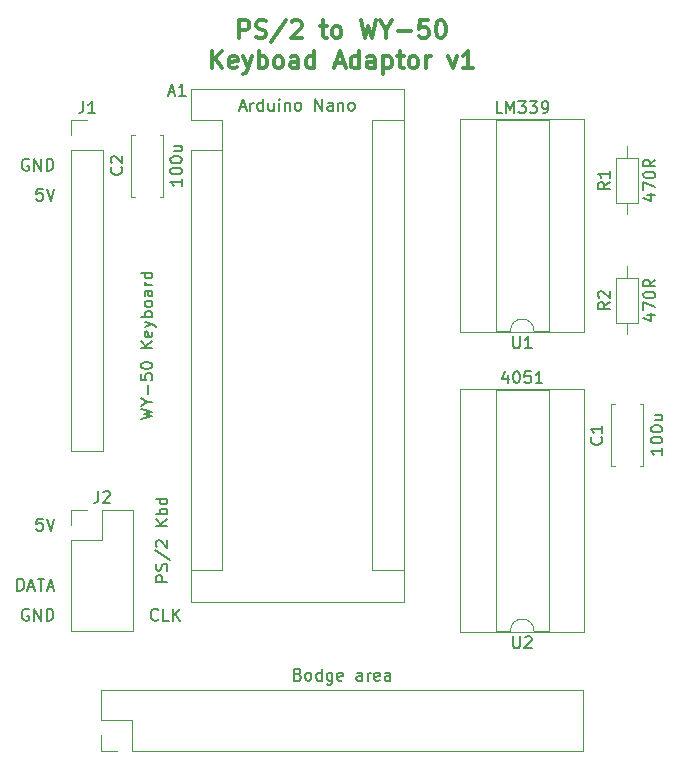
<source format=gbr>
G04 #@! TF.GenerationSoftware,KiCad,Pcbnew,5.0.2+dfsg1-1*
G04 #@! TF.CreationDate,2021-12-24T09:44:01+00:00*
G04 #@! TF.ProjectId,wy-50-keyboard-adaptor,77792d35-302d-46b6-9579-626f6172642d,rev?*
G04 #@! TF.SameCoordinates,Original*
G04 #@! TF.FileFunction,Legend,Top*
G04 #@! TF.FilePolarity,Positive*
%FSLAX46Y46*%
G04 Gerber Fmt 4.6, Leading zero omitted, Abs format (unit mm)*
G04 Created by KiCad (PCBNEW 5.0.2+dfsg1-1) date Fri 24 Dec 2021 09:44:01 AM GMT*
%MOMM*%
%LPD*%
G01*
G04 APERTURE LIST*
%ADD10C,0.300000*%
%ADD11C,0.200000*%
%ADD12C,0.120000*%
%ADD13C,0.150000*%
G04 APERTURE END LIST*
D10*
X103045714Y-79413571D02*
X103045714Y-77913571D01*
X103617142Y-77913571D01*
X103760000Y-77985000D01*
X103831428Y-78056428D01*
X103902857Y-78199285D01*
X103902857Y-78413571D01*
X103831428Y-78556428D01*
X103760000Y-78627857D01*
X103617142Y-78699285D01*
X103045714Y-78699285D01*
X104474285Y-79342142D02*
X104688571Y-79413571D01*
X105045714Y-79413571D01*
X105188571Y-79342142D01*
X105260000Y-79270714D01*
X105331428Y-79127857D01*
X105331428Y-78985000D01*
X105260000Y-78842142D01*
X105188571Y-78770714D01*
X105045714Y-78699285D01*
X104760000Y-78627857D01*
X104617142Y-78556428D01*
X104545714Y-78485000D01*
X104474285Y-78342142D01*
X104474285Y-78199285D01*
X104545714Y-78056428D01*
X104617142Y-77985000D01*
X104760000Y-77913571D01*
X105117142Y-77913571D01*
X105331428Y-77985000D01*
X107045714Y-77842142D02*
X105760000Y-79770714D01*
X107474285Y-78056428D02*
X107545714Y-77985000D01*
X107688571Y-77913571D01*
X108045714Y-77913571D01*
X108188571Y-77985000D01*
X108260000Y-78056428D01*
X108331428Y-78199285D01*
X108331428Y-78342142D01*
X108260000Y-78556428D01*
X107402857Y-79413571D01*
X108331428Y-79413571D01*
X109902857Y-78413571D02*
X110474285Y-78413571D01*
X110117142Y-77913571D02*
X110117142Y-79199285D01*
X110188571Y-79342142D01*
X110331428Y-79413571D01*
X110474285Y-79413571D01*
X111188571Y-79413571D02*
X111045714Y-79342142D01*
X110974285Y-79270714D01*
X110902857Y-79127857D01*
X110902857Y-78699285D01*
X110974285Y-78556428D01*
X111045714Y-78485000D01*
X111188571Y-78413571D01*
X111402857Y-78413571D01*
X111545714Y-78485000D01*
X111617142Y-78556428D01*
X111688571Y-78699285D01*
X111688571Y-79127857D01*
X111617142Y-79270714D01*
X111545714Y-79342142D01*
X111402857Y-79413571D01*
X111188571Y-79413571D01*
X113331428Y-77913571D02*
X113688571Y-79413571D01*
X113974285Y-78342142D01*
X114260000Y-79413571D01*
X114617142Y-77913571D01*
X115474285Y-78699285D02*
X115474285Y-79413571D01*
X114974285Y-77913571D02*
X115474285Y-78699285D01*
X115974285Y-77913571D01*
X116474285Y-78842142D02*
X117617142Y-78842142D01*
X119045714Y-77913571D02*
X118331428Y-77913571D01*
X118260000Y-78627857D01*
X118331428Y-78556428D01*
X118474285Y-78485000D01*
X118831428Y-78485000D01*
X118974285Y-78556428D01*
X119045714Y-78627857D01*
X119117142Y-78770714D01*
X119117142Y-79127857D01*
X119045714Y-79270714D01*
X118974285Y-79342142D01*
X118831428Y-79413571D01*
X118474285Y-79413571D01*
X118331428Y-79342142D01*
X118260000Y-79270714D01*
X120045714Y-77913571D02*
X120188571Y-77913571D01*
X120331428Y-77985000D01*
X120402857Y-78056428D01*
X120474285Y-78199285D01*
X120545714Y-78485000D01*
X120545714Y-78842142D01*
X120474285Y-79127857D01*
X120402857Y-79270714D01*
X120331428Y-79342142D01*
X120188571Y-79413571D01*
X120045714Y-79413571D01*
X119902857Y-79342142D01*
X119831428Y-79270714D01*
X119760000Y-79127857D01*
X119688571Y-78842142D01*
X119688571Y-78485000D01*
X119760000Y-78199285D01*
X119831428Y-78056428D01*
X119902857Y-77985000D01*
X120045714Y-77913571D01*
X100760000Y-81963571D02*
X100760000Y-80463571D01*
X101617142Y-81963571D02*
X100974285Y-81106428D01*
X101617142Y-80463571D02*
X100760000Y-81320714D01*
X102831428Y-81892142D02*
X102688571Y-81963571D01*
X102402857Y-81963571D01*
X102260000Y-81892142D01*
X102188571Y-81749285D01*
X102188571Y-81177857D01*
X102260000Y-81035000D01*
X102402857Y-80963571D01*
X102688571Y-80963571D01*
X102831428Y-81035000D01*
X102902857Y-81177857D01*
X102902857Y-81320714D01*
X102188571Y-81463571D01*
X103402857Y-80963571D02*
X103760000Y-81963571D01*
X104117142Y-80963571D02*
X103760000Y-81963571D01*
X103617142Y-82320714D01*
X103545714Y-82392142D01*
X103402857Y-82463571D01*
X104688571Y-81963571D02*
X104688571Y-80463571D01*
X104688571Y-81035000D02*
X104831428Y-80963571D01*
X105117142Y-80963571D01*
X105260000Y-81035000D01*
X105331428Y-81106428D01*
X105402857Y-81249285D01*
X105402857Y-81677857D01*
X105331428Y-81820714D01*
X105260000Y-81892142D01*
X105117142Y-81963571D01*
X104831428Y-81963571D01*
X104688571Y-81892142D01*
X106260000Y-81963571D02*
X106117142Y-81892142D01*
X106045714Y-81820714D01*
X105974285Y-81677857D01*
X105974285Y-81249285D01*
X106045714Y-81106428D01*
X106117142Y-81035000D01*
X106260000Y-80963571D01*
X106474285Y-80963571D01*
X106617142Y-81035000D01*
X106688571Y-81106428D01*
X106760000Y-81249285D01*
X106760000Y-81677857D01*
X106688571Y-81820714D01*
X106617142Y-81892142D01*
X106474285Y-81963571D01*
X106260000Y-81963571D01*
X108045714Y-81963571D02*
X108045714Y-81177857D01*
X107974285Y-81035000D01*
X107831428Y-80963571D01*
X107545714Y-80963571D01*
X107402857Y-81035000D01*
X108045714Y-81892142D02*
X107902857Y-81963571D01*
X107545714Y-81963571D01*
X107402857Y-81892142D01*
X107331428Y-81749285D01*
X107331428Y-81606428D01*
X107402857Y-81463571D01*
X107545714Y-81392142D01*
X107902857Y-81392142D01*
X108045714Y-81320714D01*
X109402857Y-81963571D02*
X109402857Y-80463571D01*
X109402857Y-81892142D02*
X109260000Y-81963571D01*
X108974285Y-81963571D01*
X108831428Y-81892142D01*
X108760000Y-81820714D01*
X108688571Y-81677857D01*
X108688571Y-81249285D01*
X108760000Y-81106428D01*
X108831428Y-81035000D01*
X108974285Y-80963571D01*
X109260000Y-80963571D01*
X109402857Y-81035000D01*
X111188571Y-81535000D02*
X111902857Y-81535000D01*
X111045714Y-81963571D02*
X111545714Y-80463571D01*
X112045714Y-81963571D01*
X113188571Y-81963571D02*
X113188571Y-80463571D01*
X113188571Y-81892142D02*
X113045714Y-81963571D01*
X112760000Y-81963571D01*
X112617142Y-81892142D01*
X112545714Y-81820714D01*
X112474285Y-81677857D01*
X112474285Y-81249285D01*
X112545714Y-81106428D01*
X112617142Y-81035000D01*
X112760000Y-80963571D01*
X113045714Y-80963571D01*
X113188571Y-81035000D01*
X114545714Y-81963571D02*
X114545714Y-81177857D01*
X114474285Y-81035000D01*
X114331428Y-80963571D01*
X114045714Y-80963571D01*
X113902857Y-81035000D01*
X114545714Y-81892142D02*
X114402857Y-81963571D01*
X114045714Y-81963571D01*
X113902857Y-81892142D01*
X113831428Y-81749285D01*
X113831428Y-81606428D01*
X113902857Y-81463571D01*
X114045714Y-81392142D01*
X114402857Y-81392142D01*
X114545714Y-81320714D01*
X115260000Y-80963571D02*
X115260000Y-82463571D01*
X115260000Y-81035000D02*
X115402857Y-80963571D01*
X115688571Y-80963571D01*
X115831428Y-81035000D01*
X115902857Y-81106428D01*
X115974285Y-81249285D01*
X115974285Y-81677857D01*
X115902857Y-81820714D01*
X115831428Y-81892142D01*
X115688571Y-81963571D01*
X115402857Y-81963571D01*
X115260000Y-81892142D01*
X116402857Y-80963571D02*
X116974285Y-80963571D01*
X116617142Y-80463571D02*
X116617142Y-81749285D01*
X116688571Y-81892142D01*
X116831428Y-81963571D01*
X116974285Y-81963571D01*
X117688571Y-81963571D02*
X117545714Y-81892142D01*
X117474285Y-81820714D01*
X117402857Y-81677857D01*
X117402857Y-81249285D01*
X117474285Y-81106428D01*
X117545714Y-81035000D01*
X117688571Y-80963571D01*
X117902857Y-80963571D01*
X118045714Y-81035000D01*
X118117142Y-81106428D01*
X118188571Y-81249285D01*
X118188571Y-81677857D01*
X118117142Y-81820714D01*
X118045714Y-81892142D01*
X117902857Y-81963571D01*
X117688571Y-81963571D01*
X118831428Y-81963571D02*
X118831428Y-80963571D01*
X118831428Y-81249285D02*
X118902857Y-81106428D01*
X118974285Y-81035000D01*
X119117142Y-80963571D01*
X119260000Y-80963571D01*
X120760000Y-80963571D02*
X121117142Y-81963571D01*
X121474285Y-80963571D01*
X122831428Y-81963571D02*
X121974285Y-81963571D01*
X122402857Y-81963571D02*
X122402857Y-80463571D01*
X122260000Y-80677857D01*
X122117142Y-80820714D01*
X121974285Y-80892142D01*
D11*
X86404761Y-92162380D02*
X85928571Y-92162380D01*
X85880952Y-92638571D01*
X85928571Y-92590952D01*
X86023809Y-92543333D01*
X86261904Y-92543333D01*
X86357142Y-92590952D01*
X86404761Y-92638571D01*
X86452380Y-92733809D01*
X86452380Y-92971904D01*
X86404761Y-93067142D01*
X86357142Y-93114761D01*
X86261904Y-93162380D01*
X86023809Y-93162380D01*
X85928571Y-93114761D01*
X85880952Y-93067142D01*
X86738095Y-92162380D02*
X87071428Y-93162380D01*
X87404761Y-92162380D01*
X85214285Y-89670000D02*
X85119047Y-89622380D01*
X84976190Y-89622380D01*
X84833333Y-89670000D01*
X84738095Y-89765238D01*
X84690476Y-89860476D01*
X84642857Y-90050952D01*
X84642857Y-90193809D01*
X84690476Y-90384285D01*
X84738095Y-90479523D01*
X84833333Y-90574761D01*
X84976190Y-90622380D01*
X85071428Y-90622380D01*
X85214285Y-90574761D01*
X85261904Y-90527142D01*
X85261904Y-90193809D01*
X85071428Y-90193809D01*
X85690476Y-90622380D02*
X85690476Y-89622380D01*
X86261904Y-90622380D01*
X86261904Y-89622380D01*
X86738095Y-90622380D02*
X86738095Y-89622380D01*
X86976190Y-89622380D01*
X87119047Y-89670000D01*
X87214285Y-89765238D01*
X87261904Y-89860476D01*
X87309523Y-90050952D01*
X87309523Y-90193809D01*
X87261904Y-90384285D01*
X87214285Y-90479523D01*
X87119047Y-90574761D01*
X86976190Y-90622380D01*
X86738095Y-90622380D01*
X84261904Y-126182380D02*
X84261904Y-125182380D01*
X84500000Y-125182380D01*
X84642857Y-125230000D01*
X84738095Y-125325238D01*
X84785714Y-125420476D01*
X84833333Y-125610952D01*
X84833333Y-125753809D01*
X84785714Y-125944285D01*
X84738095Y-126039523D01*
X84642857Y-126134761D01*
X84500000Y-126182380D01*
X84261904Y-126182380D01*
X85214285Y-125896666D02*
X85690476Y-125896666D01*
X85119047Y-126182380D02*
X85452380Y-125182380D01*
X85785714Y-126182380D01*
X85976190Y-125182380D02*
X86547619Y-125182380D01*
X86261904Y-126182380D02*
X86261904Y-125182380D01*
X86833333Y-125896666D02*
X87309523Y-125896666D01*
X86738095Y-126182380D02*
X87071428Y-125182380D01*
X87404761Y-126182380D01*
X86404761Y-120102380D02*
X85928571Y-120102380D01*
X85880952Y-120578571D01*
X85928571Y-120530952D01*
X86023809Y-120483333D01*
X86261904Y-120483333D01*
X86357142Y-120530952D01*
X86404761Y-120578571D01*
X86452380Y-120673809D01*
X86452380Y-120911904D01*
X86404761Y-121007142D01*
X86357142Y-121054761D01*
X86261904Y-121102380D01*
X86023809Y-121102380D01*
X85928571Y-121054761D01*
X85880952Y-121007142D01*
X86738095Y-120102380D02*
X87071428Y-121102380D01*
X87404761Y-120102380D01*
X85214285Y-127770000D02*
X85119047Y-127722380D01*
X84976190Y-127722380D01*
X84833333Y-127770000D01*
X84738095Y-127865238D01*
X84690476Y-127960476D01*
X84642857Y-128150952D01*
X84642857Y-128293809D01*
X84690476Y-128484285D01*
X84738095Y-128579523D01*
X84833333Y-128674761D01*
X84976190Y-128722380D01*
X85071428Y-128722380D01*
X85214285Y-128674761D01*
X85261904Y-128627142D01*
X85261904Y-128293809D01*
X85071428Y-128293809D01*
X85690476Y-128722380D02*
X85690476Y-127722380D01*
X86261904Y-128722380D01*
X86261904Y-127722380D01*
X86738095Y-128722380D02*
X86738095Y-127722380D01*
X86976190Y-127722380D01*
X87119047Y-127770000D01*
X87214285Y-127865238D01*
X87261904Y-127960476D01*
X87309523Y-128150952D01*
X87309523Y-128293809D01*
X87261904Y-128484285D01*
X87214285Y-128579523D01*
X87119047Y-128674761D01*
X86976190Y-128722380D01*
X86738095Y-128722380D01*
X96189523Y-128627142D02*
X96141904Y-128674761D01*
X95999047Y-128722380D01*
X95903809Y-128722380D01*
X95760952Y-128674761D01*
X95665714Y-128579523D01*
X95618095Y-128484285D01*
X95570476Y-128293809D01*
X95570476Y-128150952D01*
X95618095Y-127960476D01*
X95665714Y-127865238D01*
X95760952Y-127770000D01*
X95903809Y-127722380D01*
X95999047Y-127722380D01*
X96141904Y-127770000D01*
X96189523Y-127817619D01*
X97094285Y-128722380D02*
X96618095Y-128722380D01*
X96618095Y-127722380D01*
X97427619Y-128722380D02*
X97427619Y-127722380D01*
X97999047Y-128722380D02*
X97570476Y-128150952D01*
X97999047Y-127722380D02*
X97427619Y-128293809D01*
D12*
G04 #@! TO.C,A1*
X101600000Y-88900000D02*
X101600000Y-86360000D01*
X101600000Y-86360000D02*
X98930000Y-86360000D01*
X98930000Y-88900000D02*
X98930000Y-127130000D01*
X98930000Y-83690000D02*
X98930000Y-86360000D01*
X114300000Y-86360000D02*
X116970000Y-86360000D01*
X114300000Y-86360000D02*
X114300000Y-124460000D01*
X114300000Y-124460000D02*
X116970000Y-124460000D01*
X101600000Y-88900000D02*
X98930000Y-88900000D01*
X101600000Y-88900000D02*
X101600000Y-124460000D01*
X101600000Y-124460000D02*
X98930000Y-124460000D01*
X98930000Y-127130000D02*
X116970000Y-127130000D01*
X116970000Y-127130000D02*
X116970000Y-83690000D01*
X116970000Y-83690000D02*
X98930000Y-83690000D01*
G04 #@! TO.C,C1*
X134835000Y-115610000D02*
X134520000Y-115610000D01*
X137260000Y-115610000D02*
X136945000Y-115610000D01*
X134835000Y-110370000D02*
X134520000Y-110370000D01*
X137260000Y-110370000D02*
X136945000Y-110370000D01*
X134520000Y-110370000D02*
X134520000Y-115610000D01*
X137260000Y-110370000D02*
X137260000Y-115610000D01*
G04 #@! TO.C,C2*
X93880000Y-92830000D02*
X93880000Y-87590000D01*
X96620000Y-92830000D02*
X96620000Y-87590000D01*
X93880000Y-92830000D02*
X94195000Y-92830000D01*
X96305000Y-92830000D02*
X96620000Y-92830000D01*
X93880000Y-87590000D02*
X94195000Y-87590000D01*
X96305000Y-87590000D02*
X96620000Y-87590000D01*
G04 #@! TO.C,J1*
X88840000Y-114360000D02*
X91500000Y-114360000D01*
X88840000Y-88900000D02*
X88840000Y-114360000D01*
X91500000Y-88900000D02*
X91500000Y-114360000D01*
X88840000Y-88900000D02*
X91500000Y-88900000D01*
X88840000Y-87630000D02*
X88840000Y-86300000D01*
X88840000Y-86300000D02*
X90170000Y-86300000D01*
G04 #@! TO.C,J2*
X88840000Y-129600000D02*
X94040000Y-129600000D01*
X88840000Y-121920000D02*
X88840000Y-129600000D01*
X94040000Y-119320000D02*
X94040000Y-129600000D01*
X88840000Y-121920000D02*
X91440000Y-121920000D01*
X91440000Y-121920000D02*
X91440000Y-119320000D01*
X91440000Y-119320000D02*
X94040000Y-119320000D01*
X88840000Y-120650000D02*
X88840000Y-119320000D01*
X88840000Y-119320000D02*
X90170000Y-119320000D01*
G04 #@! TO.C,R1*
X134970000Y-93360000D02*
X136810000Y-93360000D01*
X136810000Y-93360000D02*
X136810000Y-89520000D01*
X136810000Y-89520000D02*
X134970000Y-89520000D01*
X134970000Y-89520000D02*
X134970000Y-93360000D01*
X135890000Y-94310000D02*
X135890000Y-93360000D01*
X135890000Y-88570000D02*
X135890000Y-89520000D01*
G04 #@! TO.C,R2*
X135890000Y-98730000D02*
X135890000Y-99680000D01*
X135890000Y-104470000D02*
X135890000Y-103520000D01*
X134970000Y-99680000D02*
X134970000Y-103520000D01*
X136810000Y-99680000D02*
X134970000Y-99680000D01*
X136810000Y-103520000D02*
X136810000Y-99680000D01*
X134970000Y-103520000D02*
X136810000Y-103520000D01*
G04 #@! TO.C,U1*
X126000000Y-104200000D02*
G75*
G02X128000000Y-104200000I1000000J0D01*
G01*
X128000000Y-104200000D02*
X129250000Y-104200000D01*
X129250000Y-104200000D02*
X129250000Y-86300000D01*
X129250000Y-86300000D02*
X124750000Y-86300000D01*
X124750000Y-86300000D02*
X124750000Y-104200000D01*
X124750000Y-104200000D02*
X126000000Y-104200000D01*
X132250000Y-104260000D02*
X132250000Y-86240000D01*
X132250000Y-86240000D02*
X121750000Y-86240000D01*
X121750000Y-86240000D02*
X121750000Y-104260000D01*
X121750000Y-104260000D02*
X132250000Y-104260000D01*
G04 #@! TO.C,U2*
X126000000Y-129600000D02*
G75*
G02X128000000Y-129600000I1000000J0D01*
G01*
X128000000Y-129600000D02*
X129250000Y-129600000D01*
X129250000Y-129600000D02*
X129250000Y-109160000D01*
X129250000Y-109160000D02*
X124750000Y-109160000D01*
X124750000Y-109160000D02*
X124750000Y-129600000D01*
X124750000Y-129600000D02*
X126000000Y-129600000D01*
X132250000Y-129660000D02*
X132250000Y-109100000D01*
X132250000Y-109100000D02*
X121750000Y-109100000D01*
X121750000Y-109100000D02*
X121750000Y-129660000D01*
X121750000Y-129660000D02*
X132250000Y-129660000D01*
G04 #@! TO.C,REF\002A\002A*
X91380000Y-139760000D02*
X91380000Y-138430000D01*
X92710000Y-139760000D02*
X91380000Y-139760000D01*
X91380000Y-137160000D02*
X91380000Y-134560000D01*
X93980000Y-137160000D02*
X91380000Y-137160000D01*
X93980000Y-139760000D02*
X93980000Y-137160000D01*
X91380000Y-134560000D02*
X132140000Y-134560000D01*
X93980000Y-139760000D02*
X132140000Y-139760000D01*
X132140000Y-139760000D02*
X132140000Y-134560000D01*
G04 #@! TO.C,A1*
D13*
X97075714Y-83986666D02*
X97551904Y-83986666D01*
X96980476Y-84272380D02*
X97313809Y-83272380D01*
X97647142Y-84272380D01*
X98504285Y-84272380D02*
X97932857Y-84272380D01*
X98218571Y-84272380D02*
X98218571Y-83272380D01*
X98123333Y-83415238D01*
X98028095Y-83510476D01*
X97932857Y-83558095D01*
X103092857Y-85256666D02*
X103569047Y-85256666D01*
X102997619Y-85542380D02*
X103330952Y-84542380D01*
X103664285Y-85542380D01*
X103997619Y-85542380D02*
X103997619Y-84875714D01*
X103997619Y-85066190D02*
X104045238Y-84970952D01*
X104092857Y-84923333D01*
X104188095Y-84875714D01*
X104283333Y-84875714D01*
X105045238Y-85542380D02*
X105045238Y-84542380D01*
X105045238Y-85494761D02*
X104950000Y-85542380D01*
X104759523Y-85542380D01*
X104664285Y-85494761D01*
X104616666Y-85447142D01*
X104569047Y-85351904D01*
X104569047Y-85066190D01*
X104616666Y-84970952D01*
X104664285Y-84923333D01*
X104759523Y-84875714D01*
X104950000Y-84875714D01*
X105045238Y-84923333D01*
X105950000Y-84875714D02*
X105950000Y-85542380D01*
X105521428Y-84875714D02*
X105521428Y-85399523D01*
X105569047Y-85494761D01*
X105664285Y-85542380D01*
X105807142Y-85542380D01*
X105902380Y-85494761D01*
X105950000Y-85447142D01*
X106426190Y-85542380D02*
X106426190Y-84875714D01*
X106426190Y-84542380D02*
X106378571Y-84590000D01*
X106426190Y-84637619D01*
X106473809Y-84590000D01*
X106426190Y-84542380D01*
X106426190Y-84637619D01*
X106902380Y-84875714D02*
X106902380Y-85542380D01*
X106902380Y-84970952D02*
X106950000Y-84923333D01*
X107045238Y-84875714D01*
X107188095Y-84875714D01*
X107283333Y-84923333D01*
X107330952Y-85018571D01*
X107330952Y-85542380D01*
X107950000Y-85542380D02*
X107854761Y-85494761D01*
X107807142Y-85447142D01*
X107759523Y-85351904D01*
X107759523Y-85066190D01*
X107807142Y-84970952D01*
X107854761Y-84923333D01*
X107950000Y-84875714D01*
X108092857Y-84875714D01*
X108188095Y-84923333D01*
X108235714Y-84970952D01*
X108283333Y-85066190D01*
X108283333Y-85351904D01*
X108235714Y-85447142D01*
X108188095Y-85494761D01*
X108092857Y-85542380D01*
X107950000Y-85542380D01*
X109473809Y-85542380D02*
X109473809Y-84542380D01*
X110045238Y-85542380D01*
X110045238Y-84542380D01*
X110950000Y-85542380D02*
X110950000Y-85018571D01*
X110902380Y-84923333D01*
X110807142Y-84875714D01*
X110616666Y-84875714D01*
X110521428Y-84923333D01*
X110950000Y-85494761D02*
X110854761Y-85542380D01*
X110616666Y-85542380D01*
X110521428Y-85494761D01*
X110473809Y-85399523D01*
X110473809Y-85304285D01*
X110521428Y-85209047D01*
X110616666Y-85161428D01*
X110854761Y-85161428D01*
X110950000Y-85113809D01*
X111426190Y-84875714D02*
X111426190Y-85542380D01*
X111426190Y-84970952D02*
X111473809Y-84923333D01*
X111569047Y-84875714D01*
X111711904Y-84875714D01*
X111807142Y-84923333D01*
X111854761Y-85018571D01*
X111854761Y-85542380D01*
X112473809Y-85542380D02*
X112378571Y-85494761D01*
X112330952Y-85447142D01*
X112283333Y-85351904D01*
X112283333Y-85066190D01*
X112330952Y-84970952D01*
X112378571Y-84923333D01*
X112473809Y-84875714D01*
X112616666Y-84875714D01*
X112711904Y-84923333D01*
X112759523Y-84970952D01*
X112807142Y-85066190D01*
X112807142Y-85351904D01*
X112759523Y-85447142D01*
X112711904Y-85494761D01*
X112616666Y-85542380D01*
X112473809Y-85542380D01*
G04 #@! TO.C,C1*
X133707142Y-113196666D02*
X133754761Y-113244285D01*
X133802380Y-113387142D01*
X133802380Y-113482380D01*
X133754761Y-113625238D01*
X133659523Y-113720476D01*
X133564285Y-113768095D01*
X133373809Y-113815714D01*
X133230952Y-113815714D01*
X133040476Y-113768095D01*
X132945238Y-113720476D01*
X132850000Y-113625238D01*
X132802380Y-113482380D01*
X132802380Y-113387142D01*
X132850000Y-113244285D01*
X132897619Y-113196666D01*
X133802380Y-112244285D02*
X133802380Y-112815714D01*
X133802380Y-112530000D02*
X132802380Y-112530000D01*
X132945238Y-112625238D01*
X133040476Y-112720476D01*
X133088095Y-112815714D01*
X138882380Y-114109047D02*
X138882380Y-114680476D01*
X138882380Y-114394761D02*
X137882380Y-114394761D01*
X138025238Y-114490000D01*
X138120476Y-114585238D01*
X138168095Y-114680476D01*
X137882380Y-113490000D02*
X137882380Y-113394761D01*
X137930000Y-113299523D01*
X137977619Y-113251904D01*
X138072857Y-113204285D01*
X138263333Y-113156666D01*
X138501428Y-113156666D01*
X138691904Y-113204285D01*
X138787142Y-113251904D01*
X138834761Y-113299523D01*
X138882380Y-113394761D01*
X138882380Y-113490000D01*
X138834761Y-113585238D01*
X138787142Y-113632857D01*
X138691904Y-113680476D01*
X138501428Y-113728095D01*
X138263333Y-113728095D01*
X138072857Y-113680476D01*
X137977619Y-113632857D01*
X137930000Y-113585238D01*
X137882380Y-113490000D01*
X137882380Y-112537619D02*
X137882380Y-112442380D01*
X137930000Y-112347142D01*
X137977619Y-112299523D01*
X138072857Y-112251904D01*
X138263333Y-112204285D01*
X138501428Y-112204285D01*
X138691904Y-112251904D01*
X138787142Y-112299523D01*
X138834761Y-112347142D01*
X138882380Y-112442380D01*
X138882380Y-112537619D01*
X138834761Y-112632857D01*
X138787142Y-112680476D01*
X138691904Y-112728095D01*
X138501428Y-112775714D01*
X138263333Y-112775714D01*
X138072857Y-112728095D01*
X137977619Y-112680476D01*
X137930000Y-112632857D01*
X137882380Y-112537619D01*
X138215714Y-111347142D02*
X138882380Y-111347142D01*
X138215714Y-111775714D02*
X138739523Y-111775714D01*
X138834761Y-111728095D01*
X138882380Y-111632857D01*
X138882380Y-111490000D01*
X138834761Y-111394761D01*
X138787142Y-111347142D01*
G04 #@! TO.C,C2*
X93067142Y-90336666D02*
X93114761Y-90384285D01*
X93162380Y-90527142D01*
X93162380Y-90622380D01*
X93114761Y-90765238D01*
X93019523Y-90860476D01*
X92924285Y-90908095D01*
X92733809Y-90955714D01*
X92590952Y-90955714D01*
X92400476Y-90908095D01*
X92305238Y-90860476D01*
X92210000Y-90765238D01*
X92162380Y-90622380D01*
X92162380Y-90527142D01*
X92210000Y-90384285D01*
X92257619Y-90336666D01*
X92257619Y-89955714D02*
X92210000Y-89908095D01*
X92162380Y-89812857D01*
X92162380Y-89574761D01*
X92210000Y-89479523D01*
X92257619Y-89431904D01*
X92352857Y-89384285D01*
X92448095Y-89384285D01*
X92590952Y-89431904D01*
X93162380Y-90003333D01*
X93162380Y-89384285D01*
X98202380Y-91329047D02*
X98202380Y-91900476D01*
X98202380Y-91614761D02*
X97202380Y-91614761D01*
X97345238Y-91710000D01*
X97440476Y-91805238D01*
X97488095Y-91900476D01*
X97202380Y-90710000D02*
X97202380Y-90614761D01*
X97250000Y-90519523D01*
X97297619Y-90471904D01*
X97392857Y-90424285D01*
X97583333Y-90376666D01*
X97821428Y-90376666D01*
X98011904Y-90424285D01*
X98107142Y-90471904D01*
X98154761Y-90519523D01*
X98202380Y-90614761D01*
X98202380Y-90710000D01*
X98154761Y-90805238D01*
X98107142Y-90852857D01*
X98011904Y-90900476D01*
X97821428Y-90948095D01*
X97583333Y-90948095D01*
X97392857Y-90900476D01*
X97297619Y-90852857D01*
X97250000Y-90805238D01*
X97202380Y-90710000D01*
X97202380Y-89757619D02*
X97202380Y-89662380D01*
X97250000Y-89567142D01*
X97297619Y-89519523D01*
X97392857Y-89471904D01*
X97583333Y-89424285D01*
X97821428Y-89424285D01*
X98011904Y-89471904D01*
X98107142Y-89519523D01*
X98154761Y-89567142D01*
X98202380Y-89662380D01*
X98202380Y-89757619D01*
X98154761Y-89852857D01*
X98107142Y-89900476D01*
X98011904Y-89948095D01*
X97821428Y-89995714D01*
X97583333Y-89995714D01*
X97392857Y-89948095D01*
X97297619Y-89900476D01*
X97250000Y-89852857D01*
X97202380Y-89757619D01*
X97535714Y-88567142D02*
X98202380Y-88567142D01*
X97535714Y-88995714D02*
X98059523Y-88995714D01*
X98154761Y-88948095D01*
X98202380Y-88852857D01*
X98202380Y-88710000D01*
X98154761Y-88614761D01*
X98107142Y-88567142D01*
G04 #@! TO.C,J1*
X89836666Y-84752380D02*
X89836666Y-85466666D01*
X89789047Y-85609523D01*
X89693809Y-85704761D01*
X89550952Y-85752380D01*
X89455714Y-85752380D01*
X90836666Y-85752380D02*
X90265238Y-85752380D01*
X90550952Y-85752380D02*
X90550952Y-84752380D01*
X90455714Y-84895238D01*
X90360476Y-84990476D01*
X90265238Y-85038095D01*
X94702380Y-111648095D02*
X95702380Y-111410000D01*
X94988095Y-111219523D01*
X95702380Y-111029047D01*
X94702380Y-110790952D01*
X95226190Y-110219523D02*
X95702380Y-110219523D01*
X94702380Y-110552857D02*
X95226190Y-110219523D01*
X94702380Y-109886190D01*
X95321428Y-109552857D02*
X95321428Y-108790952D01*
X94702380Y-107838571D02*
X94702380Y-108314761D01*
X95178571Y-108362380D01*
X95130952Y-108314761D01*
X95083333Y-108219523D01*
X95083333Y-107981428D01*
X95130952Y-107886190D01*
X95178571Y-107838571D01*
X95273809Y-107790952D01*
X95511904Y-107790952D01*
X95607142Y-107838571D01*
X95654761Y-107886190D01*
X95702380Y-107981428D01*
X95702380Y-108219523D01*
X95654761Y-108314761D01*
X95607142Y-108362380D01*
X94702380Y-107171904D02*
X94702380Y-107076666D01*
X94750000Y-106981428D01*
X94797619Y-106933809D01*
X94892857Y-106886190D01*
X95083333Y-106838571D01*
X95321428Y-106838571D01*
X95511904Y-106886190D01*
X95607142Y-106933809D01*
X95654761Y-106981428D01*
X95702380Y-107076666D01*
X95702380Y-107171904D01*
X95654761Y-107267142D01*
X95607142Y-107314761D01*
X95511904Y-107362380D01*
X95321428Y-107410000D01*
X95083333Y-107410000D01*
X94892857Y-107362380D01*
X94797619Y-107314761D01*
X94750000Y-107267142D01*
X94702380Y-107171904D01*
X95702380Y-105648095D02*
X94702380Y-105648095D01*
X95702380Y-105076666D02*
X95130952Y-105505238D01*
X94702380Y-105076666D02*
X95273809Y-105648095D01*
X95654761Y-104267142D02*
X95702380Y-104362380D01*
X95702380Y-104552857D01*
X95654761Y-104648095D01*
X95559523Y-104695714D01*
X95178571Y-104695714D01*
X95083333Y-104648095D01*
X95035714Y-104552857D01*
X95035714Y-104362380D01*
X95083333Y-104267142D01*
X95178571Y-104219523D01*
X95273809Y-104219523D01*
X95369047Y-104695714D01*
X95035714Y-103886190D02*
X95702380Y-103648095D01*
X95035714Y-103410000D02*
X95702380Y-103648095D01*
X95940476Y-103743333D01*
X95988095Y-103790952D01*
X96035714Y-103886190D01*
X95702380Y-103029047D02*
X94702380Y-103029047D01*
X95083333Y-103029047D02*
X95035714Y-102933809D01*
X95035714Y-102743333D01*
X95083333Y-102648095D01*
X95130952Y-102600476D01*
X95226190Y-102552857D01*
X95511904Y-102552857D01*
X95607142Y-102600476D01*
X95654761Y-102648095D01*
X95702380Y-102743333D01*
X95702380Y-102933809D01*
X95654761Y-103029047D01*
X95702380Y-101981428D02*
X95654761Y-102076666D01*
X95607142Y-102124285D01*
X95511904Y-102171904D01*
X95226190Y-102171904D01*
X95130952Y-102124285D01*
X95083333Y-102076666D01*
X95035714Y-101981428D01*
X95035714Y-101838571D01*
X95083333Y-101743333D01*
X95130952Y-101695714D01*
X95226190Y-101648095D01*
X95511904Y-101648095D01*
X95607142Y-101695714D01*
X95654761Y-101743333D01*
X95702380Y-101838571D01*
X95702380Y-101981428D01*
X95702380Y-100790952D02*
X95178571Y-100790952D01*
X95083333Y-100838571D01*
X95035714Y-100933809D01*
X95035714Y-101124285D01*
X95083333Y-101219523D01*
X95654761Y-100790952D02*
X95702380Y-100886190D01*
X95702380Y-101124285D01*
X95654761Y-101219523D01*
X95559523Y-101267142D01*
X95464285Y-101267142D01*
X95369047Y-101219523D01*
X95321428Y-101124285D01*
X95321428Y-100886190D01*
X95273809Y-100790952D01*
X95702380Y-100314761D02*
X95035714Y-100314761D01*
X95226190Y-100314761D02*
X95130952Y-100267142D01*
X95083333Y-100219523D01*
X95035714Y-100124285D01*
X95035714Y-100029047D01*
X95702380Y-99267142D02*
X94702380Y-99267142D01*
X95654761Y-99267142D02*
X95702380Y-99362380D01*
X95702380Y-99552857D01*
X95654761Y-99648095D01*
X95607142Y-99695714D01*
X95511904Y-99743333D01*
X95226190Y-99743333D01*
X95130952Y-99695714D01*
X95083333Y-99648095D01*
X95035714Y-99552857D01*
X95035714Y-99362380D01*
X95083333Y-99267142D01*
G04 #@! TO.C,J2*
X91106666Y-117772380D02*
X91106666Y-118486666D01*
X91059047Y-118629523D01*
X90963809Y-118724761D01*
X90820952Y-118772380D01*
X90725714Y-118772380D01*
X91535238Y-117867619D02*
X91582857Y-117820000D01*
X91678095Y-117772380D01*
X91916190Y-117772380D01*
X92011428Y-117820000D01*
X92059047Y-117867619D01*
X92106666Y-117962857D01*
X92106666Y-118058095D01*
X92059047Y-118200952D01*
X91487619Y-118772380D01*
X92106666Y-118772380D01*
X96972380Y-125443809D02*
X95972380Y-125443809D01*
X95972380Y-125062857D01*
X96020000Y-124967619D01*
X96067619Y-124920000D01*
X96162857Y-124872380D01*
X96305714Y-124872380D01*
X96400952Y-124920000D01*
X96448571Y-124967619D01*
X96496190Y-125062857D01*
X96496190Y-125443809D01*
X96924761Y-124491428D02*
X96972380Y-124348571D01*
X96972380Y-124110476D01*
X96924761Y-124015238D01*
X96877142Y-123967619D01*
X96781904Y-123920000D01*
X96686666Y-123920000D01*
X96591428Y-123967619D01*
X96543809Y-124015238D01*
X96496190Y-124110476D01*
X96448571Y-124300952D01*
X96400952Y-124396190D01*
X96353333Y-124443809D01*
X96258095Y-124491428D01*
X96162857Y-124491428D01*
X96067619Y-124443809D01*
X96020000Y-124396190D01*
X95972380Y-124300952D01*
X95972380Y-124062857D01*
X96020000Y-123920000D01*
X95924761Y-122777142D02*
X97210476Y-123634285D01*
X96067619Y-122491428D02*
X96020000Y-122443809D01*
X95972380Y-122348571D01*
X95972380Y-122110476D01*
X96020000Y-122015238D01*
X96067619Y-121967619D01*
X96162857Y-121920000D01*
X96258095Y-121920000D01*
X96400952Y-121967619D01*
X96972380Y-122539047D01*
X96972380Y-121920000D01*
X96972380Y-120729523D02*
X95972380Y-120729523D01*
X96972380Y-120158095D02*
X96400952Y-120586666D01*
X95972380Y-120158095D02*
X96543809Y-120729523D01*
X96972380Y-119729523D02*
X95972380Y-119729523D01*
X96353333Y-119729523D02*
X96305714Y-119634285D01*
X96305714Y-119443809D01*
X96353333Y-119348571D01*
X96400952Y-119300952D01*
X96496190Y-119253333D01*
X96781904Y-119253333D01*
X96877142Y-119300952D01*
X96924761Y-119348571D01*
X96972380Y-119443809D01*
X96972380Y-119634285D01*
X96924761Y-119729523D01*
X96972380Y-118396190D02*
X95972380Y-118396190D01*
X96924761Y-118396190D02*
X96972380Y-118491428D01*
X96972380Y-118681904D01*
X96924761Y-118777142D01*
X96877142Y-118824761D01*
X96781904Y-118872380D01*
X96496190Y-118872380D01*
X96400952Y-118824761D01*
X96353333Y-118777142D01*
X96305714Y-118681904D01*
X96305714Y-118491428D01*
X96353333Y-118396190D01*
G04 #@! TO.C,R1*
X134422380Y-91606666D02*
X133946190Y-91940000D01*
X134422380Y-92178095D02*
X133422380Y-92178095D01*
X133422380Y-91797142D01*
X133470000Y-91701904D01*
X133517619Y-91654285D01*
X133612857Y-91606666D01*
X133755714Y-91606666D01*
X133850952Y-91654285D01*
X133898571Y-91701904D01*
X133946190Y-91797142D01*
X133946190Y-92178095D01*
X134422380Y-90654285D02*
X134422380Y-91225714D01*
X134422380Y-90940000D02*
X133422380Y-90940000D01*
X133565238Y-91035238D01*
X133660476Y-91130476D01*
X133708095Y-91225714D01*
X137595714Y-92701904D02*
X138262380Y-92701904D01*
X137214761Y-92940000D02*
X137929047Y-93178095D01*
X137929047Y-92559047D01*
X137262380Y-92273333D02*
X137262380Y-91606666D01*
X138262380Y-92035238D01*
X137262380Y-91035238D02*
X137262380Y-90940000D01*
X137310000Y-90844761D01*
X137357619Y-90797142D01*
X137452857Y-90749523D01*
X137643333Y-90701904D01*
X137881428Y-90701904D01*
X138071904Y-90749523D01*
X138167142Y-90797142D01*
X138214761Y-90844761D01*
X138262380Y-90940000D01*
X138262380Y-91035238D01*
X138214761Y-91130476D01*
X138167142Y-91178095D01*
X138071904Y-91225714D01*
X137881428Y-91273333D01*
X137643333Y-91273333D01*
X137452857Y-91225714D01*
X137357619Y-91178095D01*
X137310000Y-91130476D01*
X137262380Y-91035238D01*
X138262380Y-89701904D02*
X137786190Y-90035238D01*
X138262380Y-90273333D02*
X137262380Y-90273333D01*
X137262380Y-89892380D01*
X137310000Y-89797142D01*
X137357619Y-89749523D01*
X137452857Y-89701904D01*
X137595714Y-89701904D01*
X137690952Y-89749523D01*
X137738571Y-89797142D01*
X137786190Y-89892380D01*
X137786190Y-90273333D01*
G04 #@! TO.C,R2*
X134422380Y-101766666D02*
X133946190Y-102100000D01*
X134422380Y-102338095D02*
X133422380Y-102338095D01*
X133422380Y-101957142D01*
X133470000Y-101861904D01*
X133517619Y-101814285D01*
X133612857Y-101766666D01*
X133755714Y-101766666D01*
X133850952Y-101814285D01*
X133898571Y-101861904D01*
X133946190Y-101957142D01*
X133946190Y-102338095D01*
X133517619Y-101385714D02*
X133470000Y-101338095D01*
X133422380Y-101242857D01*
X133422380Y-101004761D01*
X133470000Y-100909523D01*
X133517619Y-100861904D01*
X133612857Y-100814285D01*
X133708095Y-100814285D01*
X133850952Y-100861904D01*
X134422380Y-101433333D01*
X134422380Y-100814285D01*
X137595714Y-102861904D02*
X138262380Y-102861904D01*
X137214761Y-103100000D02*
X137929047Y-103338095D01*
X137929047Y-102719047D01*
X137262380Y-102433333D02*
X137262380Y-101766666D01*
X138262380Y-102195238D01*
X137262380Y-101195238D02*
X137262380Y-101100000D01*
X137310000Y-101004761D01*
X137357619Y-100957142D01*
X137452857Y-100909523D01*
X137643333Y-100861904D01*
X137881428Y-100861904D01*
X138071904Y-100909523D01*
X138167142Y-100957142D01*
X138214761Y-101004761D01*
X138262380Y-101100000D01*
X138262380Y-101195238D01*
X138214761Y-101290476D01*
X138167142Y-101338095D01*
X138071904Y-101385714D01*
X137881428Y-101433333D01*
X137643333Y-101433333D01*
X137452857Y-101385714D01*
X137357619Y-101338095D01*
X137310000Y-101290476D01*
X137262380Y-101195238D01*
X138262380Y-99861904D02*
X137786190Y-100195238D01*
X138262380Y-100433333D02*
X137262380Y-100433333D01*
X137262380Y-100052380D01*
X137310000Y-99957142D01*
X137357619Y-99909523D01*
X137452857Y-99861904D01*
X137595714Y-99861904D01*
X137690952Y-99909523D01*
X137738571Y-99957142D01*
X137786190Y-100052380D01*
X137786190Y-100433333D01*
G04 #@! TO.C,U1*
X126238095Y-104652380D02*
X126238095Y-105461904D01*
X126285714Y-105557142D01*
X126333333Y-105604761D01*
X126428571Y-105652380D01*
X126619047Y-105652380D01*
X126714285Y-105604761D01*
X126761904Y-105557142D01*
X126809523Y-105461904D01*
X126809523Y-104652380D01*
X127809523Y-105652380D02*
X127238095Y-105652380D01*
X127523809Y-105652380D02*
X127523809Y-104652380D01*
X127428571Y-104795238D01*
X127333333Y-104890476D01*
X127238095Y-104938095D01*
X125309523Y-85752380D02*
X124833333Y-85752380D01*
X124833333Y-84752380D01*
X125642857Y-85752380D02*
X125642857Y-84752380D01*
X125976190Y-85466666D01*
X126309523Y-84752380D01*
X126309523Y-85752380D01*
X126690476Y-84752380D02*
X127309523Y-84752380D01*
X126976190Y-85133333D01*
X127119047Y-85133333D01*
X127214285Y-85180952D01*
X127261904Y-85228571D01*
X127309523Y-85323809D01*
X127309523Y-85561904D01*
X127261904Y-85657142D01*
X127214285Y-85704761D01*
X127119047Y-85752380D01*
X126833333Y-85752380D01*
X126738095Y-85704761D01*
X126690476Y-85657142D01*
X127642857Y-84752380D02*
X128261904Y-84752380D01*
X127928571Y-85133333D01*
X128071428Y-85133333D01*
X128166666Y-85180952D01*
X128214285Y-85228571D01*
X128261904Y-85323809D01*
X128261904Y-85561904D01*
X128214285Y-85657142D01*
X128166666Y-85704761D01*
X128071428Y-85752380D01*
X127785714Y-85752380D01*
X127690476Y-85704761D01*
X127642857Y-85657142D01*
X128738095Y-85752380D02*
X128928571Y-85752380D01*
X129023809Y-85704761D01*
X129071428Y-85657142D01*
X129166666Y-85514285D01*
X129214285Y-85323809D01*
X129214285Y-84942857D01*
X129166666Y-84847619D01*
X129119047Y-84800000D01*
X129023809Y-84752380D01*
X128833333Y-84752380D01*
X128738095Y-84800000D01*
X128690476Y-84847619D01*
X128642857Y-84942857D01*
X128642857Y-85180952D01*
X128690476Y-85276190D01*
X128738095Y-85323809D01*
X128833333Y-85371428D01*
X129023809Y-85371428D01*
X129119047Y-85323809D01*
X129166666Y-85276190D01*
X129214285Y-85180952D01*
G04 #@! TO.C,U2*
X126238095Y-130052380D02*
X126238095Y-130861904D01*
X126285714Y-130957142D01*
X126333333Y-131004761D01*
X126428571Y-131052380D01*
X126619047Y-131052380D01*
X126714285Y-131004761D01*
X126761904Y-130957142D01*
X126809523Y-130861904D01*
X126809523Y-130052380D01*
X127238095Y-130147619D02*
X127285714Y-130100000D01*
X127380952Y-130052380D01*
X127619047Y-130052380D01*
X127714285Y-130100000D01*
X127761904Y-130147619D01*
X127809523Y-130242857D01*
X127809523Y-130338095D01*
X127761904Y-130480952D01*
X127190476Y-131052380D01*
X127809523Y-131052380D01*
X125761904Y-107945714D02*
X125761904Y-108612380D01*
X125523809Y-107564761D02*
X125285714Y-108279047D01*
X125904761Y-108279047D01*
X126476190Y-107612380D02*
X126571428Y-107612380D01*
X126666666Y-107660000D01*
X126714285Y-107707619D01*
X126761904Y-107802857D01*
X126809523Y-107993333D01*
X126809523Y-108231428D01*
X126761904Y-108421904D01*
X126714285Y-108517142D01*
X126666666Y-108564761D01*
X126571428Y-108612380D01*
X126476190Y-108612380D01*
X126380952Y-108564761D01*
X126333333Y-108517142D01*
X126285714Y-108421904D01*
X126238095Y-108231428D01*
X126238095Y-107993333D01*
X126285714Y-107802857D01*
X126333333Y-107707619D01*
X126380952Y-107660000D01*
X126476190Y-107612380D01*
X127714285Y-107612380D02*
X127238095Y-107612380D01*
X127190476Y-108088571D01*
X127238095Y-108040952D01*
X127333333Y-107993333D01*
X127571428Y-107993333D01*
X127666666Y-108040952D01*
X127714285Y-108088571D01*
X127761904Y-108183809D01*
X127761904Y-108421904D01*
X127714285Y-108517142D01*
X127666666Y-108564761D01*
X127571428Y-108612380D01*
X127333333Y-108612380D01*
X127238095Y-108564761D01*
X127190476Y-108517142D01*
X128714285Y-108612380D02*
X128142857Y-108612380D01*
X128428571Y-108612380D02*
X128428571Y-107612380D01*
X128333333Y-107755238D01*
X128238095Y-107850476D01*
X128142857Y-107898095D01*
G04 #@! TO.C,REF\002A\002A*
X108021904Y-133278571D02*
X108164761Y-133326190D01*
X108212380Y-133373809D01*
X108260000Y-133469047D01*
X108260000Y-133611904D01*
X108212380Y-133707142D01*
X108164761Y-133754761D01*
X108069523Y-133802380D01*
X107688571Y-133802380D01*
X107688571Y-132802380D01*
X108021904Y-132802380D01*
X108117142Y-132850000D01*
X108164761Y-132897619D01*
X108212380Y-132992857D01*
X108212380Y-133088095D01*
X108164761Y-133183333D01*
X108117142Y-133230952D01*
X108021904Y-133278571D01*
X107688571Y-133278571D01*
X108831428Y-133802380D02*
X108736190Y-133754761D01*
X108688571Y-133707142D01*
X108640952Y-133611904D01*
X108640952Y-133326190D01*
X108688571Y-133230952D01*
X108736190Y-133183333D01*
X108831428Y-133135714D01*
X108974285Y-133135714D01*
X109069523Y-133183333D01*
X109117142Y-133230952D01*
X109164761Y-133326190D01*
X109164761Y-133611904D01*
X109117142Y-133707142D01*
X109069523Y-133754761D01*
X108974285Y-133802380D01*
X108831428Y-133802380D01*
X110021904Y-133802380D02*
X110021904Y-132802380D01*
X110021904Y-133754761D02*
X109926666Y-133802380D01*
X109736190Y-133802380D01*
X109640952Y-133754761D01*
X109593333Y-133707142D01*
X109545714Y-133611904D01*
X109545714Y-133326190D01*
X109593333Y-133230952D01*
X109640952Y-133183333D01*
X109736190Y-133135714D01*
X109926666Y-133135714D01*
X110021904Y-133183333D01*
X110926666Y-133135714D02*
X110926666Y-133945238D01*
X110879047Y-134040476D01*
X110831428Y-134088095D01*
X110736190Y-134135714D01*
X110593333Y-134135714D01*
X110498095Y-134088095D01*
X110926666Y-133754761D02*
X110831428Y-133802380D01*
X110640952Y-133802380D01*
X110545714Y-133754761D01*
X110498095Y-133707142D01*
X110450476Y-133611904D01*
X110450476Y-133326190D01*
X110498095Y-133230952D01*
X110545714Y-133183333D01*
X110640952Y-133135714D01*
X110831428Y-133135714D01*
X110926666Y-133183333D01*
X111783809Y-133754761D02*
X111688571Y-133802380D01*
X111498095Y-133802380D01*
X111402857Y-133754761D01*
X111355238Y-133659523D01*
X111355238Y-133278571D01*
X111402857Y-133183333D01*
X111498095Y-133135714D01*
X111688571Y-133135714D01*
X111783809Y-133183333D01*
X111831428Y-133278571D01*
X111831428Y-133373809D01*
X111355238Y-133469047D01*
X113450476Y-133802380D02*
X113450476Y-133278571D01*
X113402857Y-133183333D01*
X113307619Y-133135714D01*
X113117142Y-133135714D01*
X113021904Y-133183333D01*
X113450476Y-133754761D02*
X113355238Y-133802380D01*
X113117142Y-133802380D01*
X113021904Y-133754761D01*
X112974285Y-133659523D01*
X112974285Y-133564285D01*
X113021904Y-133469047D01*
X113117142Y-133421428D01*
X113355238Y-133421428D01*
X113450476Y-133373809D01*
X113926666Y-133802380D02*
X113926666Y-133135714D01*
X113926666Y-133326190D02*
X113974285Y-133230952D01*
X114021904Y-133183333D01*
X114117142Y-133135714D01*
X114212380Y-133135714D01*
X114926666Y-133754761D02*
X114831428Y-133802380D01*
X114640952Y-133802380D01*
X114545714Y-133754761D01*
X114498095Y-133659523D01*
X114498095Y-133278571D01*
X114545714Y-133183333D01*
X114640952Y-133135714D01*
X114831428Y-133135714D01*
X114926666Y-133183333D01*
X114974285Y-133278571D01*
X114974285Y-133373809D01*
X114498095Y-133469047D01*
X115831428Y-133802380D02*
X115831428Y-133278571D01*
X115783809Y-133183333D01*
X115688571Y-133135714D01*
X115498095Y-133135714D01*
X115402857Y-133183333D01*
X115831428Y-133754761D02*
X115736190Y-133802380D01*
X115498095Y-133802380D01*
X115402857Y-133754761D01*
X115355238Y-133659523D01*
X115355238Y-133564285D01*
X115402857Y-133469047D01*
X115498095Y-133421428D01*
X115736190Y-133421428D01*
X115831428Y-133373809D01*
G04 #@! TD*
M02*

</source>
